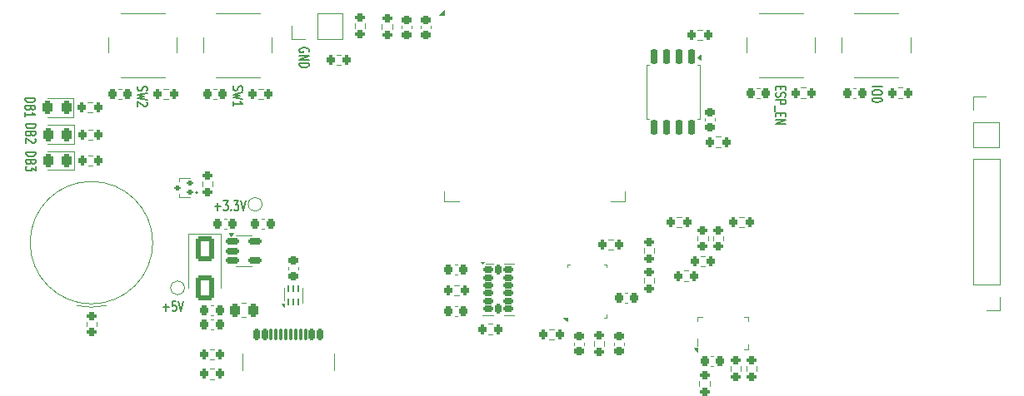
<source format=gto>
G04 #@! TF.GenerationSoftware,KiCad,Pcbnew,8.0.5*
G04 #@! TF.CreationDate,2024-11-13T12:29:25-06:00*
G04 #@! TF.ProjectId,APG_Sensor_Test_Board,4150475f-5365-46e7-936f-725f54657374,rev?*
G04 #@! TF.SameCoordinates,Original*
G04 #@! TF.FileFunction,Legend,Top*
G04 #@! TF.FilePolarity,Positive*
%FSLAX46Y46*%
G04 Gerber Fmt 4.6, Leading zero omitted, Abs format (unit mm)*
G04 Created by KiCad (PCBNEW 8.0.5) date 2024-11-13 12:29:25*
%MOMM*%
%LPD*%
G01*
G04 APERTURE LIST*
G04 Aperture macros list*
%AMRoundRect*
0 Rectangle with rounded corners*
0 $1 Rounding radius*
0 $2 $3 $4 $5 $6 $7 $8 $9 X,Y pos of 4 corners*
0 Add a 4 corners polygon primitive as box body*
4,1,4,$2,$3,$4,$5,$6,$7,$8,$9,$2,$3,0*
0 Add four circle primitives for the rounded corners*
1,1,$1+$1,$2,$3*
1,1,$1+$1,$4,$5*
1,1,$1+$1,$6,$7*
1,1,$1+$1,$8,$9*
0 Add four rect primitives between the rounded corners*
20,1,$1+$1,$2,$3,$4,$5,0*
20,1,$1+$1,$4,$5,$6,$7,0*
20,1,$1+$1,$6,$7,$8,$9,0*
20,1,$1+$1,$8,$9,$2,$3,0*%
G04 Aperture macros list end*
%ADD10C,0.187500*%
%ADD11C,0.120000*%
%ADD12C,0.150000*%
%ADD13C,0.100000*%
%ADD14RoundRect,0.150000X-0.150000X0.650000X-0.150000X-0.650000X0.150000X-0.650000X0.150000X0.650000X0*%
%ADD15RoundRect,0.200000X0.200000X0.275000X-0.200000X0.275000X-0.200000X-0.275000X0.200000X-0.275000X0*%
%ADD16RoundRect,0.062500X0.062500X-0.237500X0.062500X0.237500X-0.062500X0.237500X-0.062500X-0.237500X0*%
%ADD17C,3.200000*%
%ADD18RoundRect,0.150000X-0.325000X-0.150000X0.325000X-0.150000X0.325000X0.150000X-0.325000X0.150000X0*%
%ADD19RoundRect,0.150000X-0.150000X-0.325000X0.150000X-0.325000X0.150000X0.325000X-0.150000X0.325000X0*%
%ADD20R,1.700000X1.700000*%
%ADD21O,1.700000X1.700000*%
%ADD22RoundRect,0.200000X-0.200000X-0.275000X0.200000X-0.275000X0.200000X0.275000X-0.200000X0.275000X0*%
%ADD23C,0.650000*%
%ADD24RoundRect,0.150000X-0.150000X-0.425000X0.150000X-0.425000X0.150000X0.425000X-0.150000X0.425000X0*%
%ADD25RoundRect,0.075000X-0.075000X-0.500000X0.075000X-0.500000X0.075000X0.500000X-0.075000X0.500000X0*%
%ADD26O,1.000000X2.100000*%
%ADD27O,1.000000X1.800000*%
%ADD28RoundRect,0.225000X0.225000X0.250000X-0.225000X0.250000X-0.225000X-0.250000X0.225000X-0.250000X0*%
%ADD29RoundRect,0.200000X-0.275000X0.200000X-0.275000X-0.200000X0.275000X-0.200000X0.275000X0.200000X0*%
%ADD30RoundRect,0.225000X-0.250000X0.225000X-0.250000X-0.225000X0.250000X-0.225000X0.250000X0.225000X0*%
%ADD31R,0.550000X0.950000*%
%ADD32RoundRect,0.250000X0.262500X0.450000X-0.262500X0.450000X-0.262500X-0.450000X0.262500X-0.450000X0*%
%ADD33RoundRect,0.150000X-0.512500X-0.150000X0.512500X-0.150000X0.512500X0.150000X-0.512500X0.150000X0*%
%ADD34RoundRect,0.200000X0.275000X-0.200000X0.275000X0.200000X-0.275000X0.200000X-0.275000X-0.200000X0*%
%ADD35RoundRect,0.225000X0.250000X-0.225000X0.250000X0.225000X-0.250000X0.225000X-0.250000X-0.225000X0*%
%ADD36RoundRect,0.243750X0.243750X0.456250X-0.243750X0.456250X-0.243750X-0.456250X0.243750X-0.456250X0*%
%ADD37RoundRect,0.125000X0.175000X0.125000X-0.175000X0.125000X-0.175000X-0.125000X0.175000X-0.125000X0*%
%ADD38RoundRect,0.225000X-0.225000X-0.250000X0.225000X-0.250000X0.225000X0.250000X-0.225000X0.250000X0*%
%ADD39C,2.000000*%
%ADD40R,2.000000X2.000000*%
%ADD41C,1.000000*%
%ADD42R,0.675000X0.254000*%
%ADD43R,0.254000X0.675000*%
%ADD44RoundRect,0.250000X-0.650000X1.000000X-0.650000X-1.000000X0.650000X-1.000000X0.650000X1.000000X0*%
%ADD45R,1.500000X0.900000*%
%ADD46R,0.900000X1.500000*%
%ADD47C,0.600000*%
%ADD48R,3.900000X3.900000*%
G04 APERTURE END LIST*
D10*
X108929750Y-58016212D02*
X108882130Y-58123355D01*
X108882130Y-58123355D02*
X108882130Y-58301926D01*
X108882130Y-58301926D02*
X108929750Y-58373355D01*
X108929750Y-58373355D02*
X108977369Y-58409069D01*
X108977369Y-58409069D02*
X109072607Y-58444783D01*
X109072607Y-58444783D02*
X109167845Y-58444783D01*
X109167845Y-58444783D02*
X109263083Y-58409069D01*
X109263083Y-58409069D02*
X109310702Y-58373355D01*
X109310702Y-58373355D02*
X109358321Y-58301926D01*
X109358321Y-58301926D02*
X109405940Y-58159069D01*
X109405940Y-58159069D02*
X109453559Y-58087640D01*
X109453559Y-58087640D02*
X109501178Y-58051926D01*
X109501178Y-58051926D02*
X109596416Y-58016212D01*
X109596416Y-58016212D02*
X109691654Y-58016212D01*
X109691654Y-58016212D02*
X109786892Y-58051926D01*
X109786892Y-58051926D02*
X109834511Y-58087640D01*
X109834511Y-58087640D02*
X109882130Y-58159069D01*
X109882130Y-58159069D02*
X109882130Y-58337640D01*
X109882130Y-58337640D02*
X109834511Y-58444783D01*
X109882130Y-58694783D02*
X108882130Y-58873355D01*
X108882130Y-58873355D02*
X109596416Y-59016212D01*
X109596416Y-59016212D02*
X108882130Y-59159069D01*
X108882130Y-59159069D02*
X109882130Y-59337641D01*
X109786892Y-59587641D02*
X109834511Y-59623355D01*
X109834511Y-59623355D02*
X109882130Y-59694784D01*
X109882130Y-59694784D02*
X109882130Y-59873355D01*
X109882130Y-59873355D02*
X109834511Y-59944784D01*
X109834511Y-59944784D02*
X109786892Y-59980498D01*
X109786892Y-59980498D02*
X109691654Y-60016212D01*
X109691654Y-60016212D02*
X109596416Y-60016212D01*
X109596416Y-60016212D02*
X109453559Y-59980498D01*
X109453559Y-59980498D02*
X108882130Y-59551926D01*
X108882130Y-59551926D02*
X108882130Y-60016212D01*
X174255940Y-58001926D02*
X174255940Y-58251926D01*
X173732130Y-58359069D02*
X173732130Y-58001926D01*
X173732130Y-58001926D02*
X174732130Y-58001926D01*
X174732130Y-58001926D02*
X174732130Y-58359069D01*
X173779750Y-58644783D02*
X173732130Y-58751926D01*
X173732130Y-58751926D02*
X173732130Y-58930497D01*
X173732130Y-58930497D02*
X173779750Y-59001926D01*
X173779750Y-59001926D02*
X173827369Y-59037640D01*
X173827369Y-59037640D02*
X173922607Y-59073354D01*
X173922607Y-59073354D02*
X174017845Y-59073354D01*
X174017845Y-59073354D02*
X174113083Y-59037640D01*
X174113083Y-59037640D02*
X174160702Y-59001926D01*
X174160702Y-59001926D02*
X174208321Y-58930497D01*
X174208321Y-58930497D02*
X174255940Y-58787640D01*
X174255940Y-58787640D02*
X174303559Y-58716211D01*
X174303559Y-58716211D02*
X174351178Y-58680497D01*
X174351178Y-58680497D02*
X174446416Y-58644783D01*
X174446416Y-58644783D02*
X174541654Y-58644783D01*
X174541654Y-58644783D02*
X174636892Y-58680497D01*
X174636892Y-58680497D02*
X174684511Y-58716211D01*
X174684511Y-58716211D02*
X174732130Y-58787640D01*
X174732130Y-58787640D02*
X174732130Y-58966211D01*
X174732130Y-58966211D02*
X174684511Y-59073354D01*
X173732130Y-59394783D02*
X174732130Y-59394783D01*
X174732130Y-59394783D02*
X174732130Y-59680497D01*
X174732130Y-59680497D02*
X174684511Y-59751926D01*
X174684511Y-59751926D02*
X174636892Y-59787640D01*
X174636892Y-59787640D02*
X174541654Y-59823354D01*
X174541654Y-59823354D02*
X174398797Y-59823354D01*
X174398797Y-59823354D02*
X174303559Y-59787640D01*
X174303559Y-59787640D02*
X174255940Y-59751926D01*
X174255940Y-59751926D02*
X174208321Y-59680497D01*
X174208321Y-59680497D02*
X174208321Y-59394783D01*
X173636892Y-59966212D02*
X173636892Y-60537640D01*
X174255940Y-60716212D02*
X174255940Y-60966212D01*
X173732130Y-61073355D02*
X173732130Y-60716212D01*
X173732130Y-60716212D02*
X174732130Y-60716212D01*
X174732130Y-60716212D02*
X174732130Y-61073355D01*
X173732130Y-61394783D02*
X174732130Y-61394783D01*
X174732130Y-61394783D02*
X173732130Y-61823354D01*
X173732130Y-61823354D02*
X174732130Y-61823354D01*
X118629750Y-57966212D02*
X118582130Y-58073355D01*
X118582130Y-58073355D02*
X118582130Y-58251926D01*
X118582130Y-58251926D02*
X118629750Y-58323355D01*
X118629750Y-58323355D02*
X118677369Y-58359069D01*
X118677369Y-58359069D02*
X118772607Y-58394783D01*
X118772607Y-58394783D02*
X118867845Y-58394783D01*
X118867845Y-58394783D02*
X118963083Y-58359069D01*
X118963083Y-58359069D02*
X119010702Y-58323355D01*
X119010702Y-58323355D02*
X119058321Y-58251926D01*
X119058321Y-58251926D02*
X119105940Y-58109069D01*
X119105940Y-58109069D02*
X119153559Y-58037640D01*
X119153559Y-58037640D02*
X119201178Y-58001926D01*
X119201178Y-58001926D02*
X119296416Y-57966212D01*
X119296416Y-57966212D02*
X119391654Y-57966212D01*
X119391654Y-57966212D02*
X119486892Y-58001926D01*
X119486892Y-58001926D02*
X119534511Y-58037640D01*
X119534511Y-58037640D02*
X119582130Y-58109069D01*
X119582130Y-58109069D02*
X119582130Y-58287640D01*
X119582130Y-58287640D02*
X119534511Y-58394783D01*
X119582130Y-58644783D02*
X118582130Y-58823355D01*
X118582130Y-58823355D02*
X119296416Y-58966212D01*
X119296416Y-58966212D02*
X118582130Y-59109069D01*
X118582130Y-59109069D02*
X119582130Y-59287641D01*
X118582130Y-59966212D02*
X118582130Y-59537641D01*
X118582130Y-59751926D02*
X119582130Y-59751926D01*
X119582130Y-59751926D02*
X119439273Y-59680498D01*
X119439273Y-59680498D02*
X119344035Y-59609069D01*
X119344035Y-59609069D02*
X119296416Y-59537641D01*
X183532130Y-58051926D02*
X184532130Y-58051926D01*
X184532130Y-58551926D02*
X184532130Y-58694783D01*
X184532130Y-58694783D02*
X184484511Y-58766212D01*
X184484511Y-58766212D02*
X184389273Y-58837640D01*
X184389273Y-58837640D02*
X184198797Y-58873355D01*
X184198797Y-58873355D02*
X183865464Y-58873355D01*
X183865464Y-58873355D02*
X183674988Y-58837640D01*
X183674988Y-58837640D02*
X183579750Y-58766212D01*
X183579750Y-58766212D02*
X183532130Y-58694783D01*
X183532130Y-58694783D02*
X183532130Y-58551926D01*
X183532130Y-58551926D02*
X183579750Y-58480498D01*
X183579750Y-58480498D02*
X183674988Y-58409069D01*
X183674988Y-58409069D02*
X183865464Y-58373355D01*
X183865464Y-58373355D02*
X184198797Y-58373355D01*
X184198797Y-58373355D02*
X184389273Y-58409069D01*
X184389273Y-58409069D02*
X184484511Y-58480498D01*
X184484511Y-58480498D02*
X184532130Y-58551926D01*
X184532130Y-59337640D02*
X184532130Y-59409069D01*
X184532130Y-59409069D02*
X184484511Y-59480497D01*
X184484511Y-59480497D02*
X184436892Y-59516212D01*
X184436892Y-59516212D02*
X184341654Y-59551926D01*
X184341654Y-59551926D02*
X184151178Y-59587640D01*
X184151178Y-59587640D02*
X183913083Y-59587640D01*
X183913083Y-59587640D02*
X183722607Y-59551926D01*
X183722607Y-59551926D02*
X183627369Y-59516212D01*
X183627369Y-59516212D02*
X183579750Y-59480497D01*
X183579750Y-59480497D02*
X183532130Y-59409069D01*
X183532130Y-59409069D02*
X183532130Y-59337640D01*
X183532130Y-59337640D02*
X183579750Y-59266212D01*
X183579750Y-59266212D02*
X183627369Y-59230497D01*
X183627369Y-59230497D02*
X183722607Y-59194783D01*
X183722607Y-59194783D02*
X183913083Y-59159069D01*
X183913083Y-59159069D02*
X184151178Y-59159069D01*
X184151178Y-59159069D02*
X184341654Y-59194783D01*
X184341654Y-59194783D02*
X184436892Y-59230497D01*
X184436892Y-59230497D02*
X184484511Y-59266212D01*
X184484511Y-59266212D02*
X184532130Y-59337640D01*
X116751926Y-70236916D02*
X117323355Y-70236916D01*
X117037640Y-70617869D02*
X117037640Y-69855964D01*
X117609068Y-69617869D02*
X118073354Y-69617869D01*
X118073354Y-69617869D02*
X117823354Y-69998821D01*
X117823354Y-69998821D02*
X117930497Y-69998821D01*
X117930497Y-69998821D02*
X118001926Y-70046440D01*
X118001926Y-70046440D02*
X118037640Y-70094059D01*
X118037640Y-70094059D02*
X118073354Y-70189297D01*
X118073354Y-70189297D02*
X118073354Y-70427392D01*
X118073354Y-70427392D02*
X118037640Y-70522630D01*
X118037640Y-70522630D02*
X118001926Y-70570250D01*
X118001926Y-70570250D02*
X117930497Y-70617869D01*
X117930497Y-70617869D02*
X117716211Y-70617869D01*
X117716211Y-70617869D02*
X117644783Y-70570250D01*
X117644783Y-70570250D02*
X117609068Y-70522630D01*
X118394783Y-70522630D02*
X118430497Y-70570250D01*
X118430497Y-70570250D02*
X118394783Y-70617869D01*
X118394783Y-70617869D02*
X118359069Y-70570250D01*
X118359069Y-70570250D02*
X118394783Y-70522630D01*
X118394783Y-70522630D02*
X118394783Y-70617869D01*
X118680497Y-69617869D02*
X119144783Y-69617869D01*
X119144783Y-69617869D02*
X118894783Y-69998821D01*
X118894783Y-69998821D02*
X119001926Y-69998821D01*
X119001926Y-69998821D02*
X119073355Y-70046440D01*
X119073355Y-70046440D02*
X119109069Y-70094059D01*
X119109069Y-70094059D02*
X119144783Y-70189297D01*
X119144783Y-70189297D02*
X119144783Y-70427392D01*
X119144783Y-70427392D02*
X119109069Y-70522630D01*
X119109069Y-70522630D02*
X119073355Y-70570250D01*
X119073355Y-70570250D02*
X119001926Y-70617869D01*
X119001926Y-70617869D02*
X118787640Y-70617869D01*
X118787640Y-70617869D02*
X118716212Y-70570250D01*
X118716212Y-70570250D02*
X118680497Y-70522630D01*
X119359069Y-69617869D02*
X119609069Y-70617869D01*
X119609069Y-70617869D02*
X119859069Y-69617869D01*
X97532130Y-61851926D02*
X98532130Y-61851926D01*
X98532130Y-61851926D02*
X98532130Y-62030497D01*
X98532130Y-62030497D02*
X98484511Y-62137640D01*
X98484511Y-62137640D02*
X98389273Y-62209069D01*
X98389273Y-62209069D02*
X98294035Y-62244783D01*
X98294035Y-62244783D02*
X98103559Y-62280497D01*
X98103559Y-62280497D02*
X97960702Y-62280497D01*
X97960702Y-62280497D02*
X97770226Y-62244783D01*
X97770226Y-62244783D02*
X97674988Y-62209069D01*
X97674988Y-62209069D02*
X97579750Y-62137640D01*
X97579750Y-62137640D02*
X97532130Y-62030497D01*
X97532130Y-62030497D02*
X97532130Y-61851926D01*
X98055940Y-62851926D02*
X98008321Y-62959069D01*
X98008321Y-62959069D02*
X97960702Y-62994783D01*
X97960702Y-62994783D02*
X97865464Y-63030497D01*
X97865464Y-63030497D02*
X97722607Y-63030497D01*
X97722607Y-63030497D02*
X97627369Y-62994783D01*
X97627369Y-62994783D02*
X97579750Y-62959069D01*
X97579750Y-62959069D02*
X97532130Y-62887640D01*
X97532130Y-62887640D02*
X97532130Y-62601926D01*
X97532130Y-62601926D02*
X98532130Y-62601926D01*
X98532130Y-62601926D02*
X98532130Y-62851926D01*
X98532130Y-62851926D02*
X98484511Y-62923355D01*
X98484511Y-62923355D02*
X98436892Y-62959069D01*
X98436892Y-62959069D02*
X98341654Y-62994783D01*
X98341654Y-62994783D02*
X98246416Y-62994783D01*
X98246416Y-62994783D02*
X98151178Y-62959069D01*
X98151178Y-62959069D02*
X98103559Y-62923355D01*
X98103559Y-62923355D02*
X98055940Y-62851926D01*
X98055940Y-62851926D02*
X98055940Y-62601926D01*
X98436892Y-63316212D02*
X98484511Y-63351926D01*
X98484511Y-63351926D02*
X98532130Y-63423355D01*
X98532130Y-63423355D02*
X98532130Y-63601926D01*
X98532130Y-63601926D02*
X98484511Y-63673355D01*
X98484511Y-63673355D02*
X98436892Y-63709069D01*
X98436892Y-63709069D02*
X98341654Y-63744783D01*
X98341654Y-63744783D02*
X98246416Y-63744783D01*
X98246416Y-63744783D02*
X98103559Y-63709069D01*
X98103559Y-63709069D02*
X97532130Y-63280497D01*
X97532130Y-63280497D02*
X97532130Y-63744783D01*
X111501926Y-80486916D02*
X112073355Y-80486916D01*
X111787640Y-80867869D02*
X111787640Y-80105964D01*
X112787640Y-79867869D02*
X112430497Y-79867869D01*
X112430497Y-79867869D02*
X112394783Y-80344059D01*
X112394783Y-80344059D02*
X112430497Y-80296440D01*
X112430497Y-80296440D02*
X112501926Y-80248821D01*
X112501926Y-80248821D02*
X112680497Y-80248821D01*
X112680497Y-80248821D02*
X112751926Y-80296440D01*
X112751926Y-80296440D02*
X112787640Y-80344059D01*
X112787640Y-80344059D02*
X112823354Y-80439297D01*
X112823354Y-80439297D02*
X112823354Y-80677392D01*
X112823354Y-80677392D02*
X112787640Y-80772630D01*
X112787640Y-80772630D02*
X112751926Y-80820250D01*
X112751926Y-80820250D02*
X112680497Y-80867869D01*
X112680497Y-80867869D02*
X112501926Y-80867869D01*
X112501926Y-80867869D02*
X112430497Y-80820250D01*
X112430497Y-80820250D02*
X112394783Y-80772630D01*
X113037640Y-79867869D02*
X113287640Y-80867869D01*
X113287640Y-80867869D02*
X113537640Y-79867869D01*
X126284511Y-54494783D02*
X126332130Y-54423355D01*
X126332130Y-54423355D02*
X126332130Y-54316212D01*
X126332130Y-54316212D02*
X126284511Y-54209069D01*
X126284511Y-54209069D02*
X126189273Y-54137640D01*
X126189273Y-54137640D02*
X126094035Y-54101926D01*
X126094035Y-54101926D02*
X125903559Y-54066212D01*
X125903559Y-54066212D02*
X125760702Y-54066212D01*
X125760702Y-54066212D02*
X125570226Y-54101926D01*
X125570226Y-54101926D02*
X125474988Y-54137640D01*
X125474988Y-54137640D02*
X125379750Y-54209069D01*
X125379750Y-54209069D02*
X125332130Y-54316212D01*
X125332130Y-54316212D02*
X125332130Y-54387640D01*
X125332130Y-54387640D02*
X125379750Y-54494783D01*
X125379750Y-54494783D02*
X125427369Y-54530497D01*
X125427369Y-54530497D02*
X125760702Y-54530497D01*
X125760702Y-54530497D02*
X125760702Y-54387640D01*
X125332130Y-54851926D02*
X126332130Y-54851926D01*
X126332130Y-54851926D02*
X125332130Y-55280497D01*
X125332130Y-55280497D02*
X126332130Y-55280497D01*
X125332130Y-55637640D02*
X126332130Y-55637640D01*
X126332130Y-55637640D02*
X126332130Y-55816211D01*
X126332130Y-55816211D02*
X126284511Y-55923354D01*
X126284511Y-55923354D02*
X126189273Y-55994783D01*
X126189273Y-55994783D02*
X126094035Y-56030497D01*
X126094035Y-56030497D02*
X125903559Y-56066211D01*
X125903559Y-56066211D02*
X125760702Y-56066211D01*
X125760702Y-56066211D02*
X125570226Y-56030497D01*
X125570226Y-56030497D02*
X125474988Y-55994783D01*
X125474988Y-55994783D02*
X125379750Y-55923354D01*
X125379750Y-55923354D02*
X125332130Y-55816211D01*
X125332130Y-55816211D02*
X125332130Y-55637640D01*
X97532130Y-64701926D02*
X98532130Y-64701926D01*
X98532130Y-64701926D02*
X98532130Y-64880497D01*
X98532130Y-64880497D02*
X98484511Y-64987640D01*
X98484511Y-64987640D02*
X98389273Y-65059069D01*
X98389273Y-65059069D02*
X98294035Y-65094783D01*
X98294035Y-65094783D02*
X98103559Y-65130497D01*
X98103559Y-65130497D02*
X97960702Y-65130497D01*
X97960702Y-65130497D02*
X97770226Y-65094783D01*
X97770226Y-65094783D02*
X97674988Y-65059069D01*
X97674988Y-65059069D02*
X97579750Y-64987640D01*
X97579750Y-64987640D02*
X97532130Y-64880497D01*
X97532130Y-64880497D02*
X97532130Y-64701926D01*
X98055940Y-65701926D02*
X98008321Y-65809069D01*
X98008321Y-65809069D02*
X97960702Y-65844783D01*
X97960702Y-65844783D02*
X97865464Y-65880497D01*
X97865464Y-65880497D02*
X97722607Y-65880497D01*
X97722607Y-65880497D02*
X97627369Y-65844783D01*
X97627369Y-65844783D02*
X97579750Y-65809069D01*
X97579750Y-65809069D02*
X97532130Y-65737640D01*
X97532130Y-65737640D02*
X97532130Y-65451926D01*
X97532130Y-65451926D02*
X98532130Y-65451926D01*
X98532130Y-65451926D02*
X98532130Y-65701926D01*
X98532130Y-65701926D02*
X98484511Y-65773355D01*
X98484511Y-65773355D02*
X98436892Y-65809069D01*
X98436892Y-65809069D02*
X98341654Y-65844783D01*
X98341654Y-65844783D02*
X98246416Y-65844783D01*
X98246416Y-65844783D02*
X98151178Y-65809069D01*
X98151178Y-65809069D02*
X98103559Y-65773355D01*
X98103559Y-65773355D02*
X98055940Y-65701926D01*
X98055940Y-65701926D02*
X98055940Y-65451926D01*
X98532130Y-66130497D02*
X98532130Y-66594783D01*
X98532130Y-66594783D02*
X98151178Y-66344783D01*
X98151178Y-66344783D02*
X98151178Y-66451926D01*
X98151178Y-66451926D02*
X98103559Y-66523355D01*
X98103559Y-66523355D02*
X98055940Y-66559069D01*
X98055940Y-66559069D02*
X97960702Y-66594783D01*
X97960702Y-66594783D02*
X97722607Y-66594783D01*
X97722607Y-66594783D02*
X97627369Y-66559069D01*
X97627369Y-66559069D02*
X97579750Y-66523355D01*
X97579750Y-66523355D02*
X97532130Y-66451926D01*
X97532130Y-66451926D02*
X97532130Y-66237640D01*
X97532130Y-66237640D02*
X97579750Y-66166212D01*
X97579750Y-66166212D02*
X97627369Y-66130497D01*
X97482130Y-59201926D02*
X98482130Y-59201926D01*
X98482130Y-59201926D02*
X98482130Y-59380497D01*
X98482130Y-59380497D02*
X98434511Y-59487640D01*
X98434511Y-59487640D02*
X98339273Y-59559069D01*
X98339273Y-59559069D02*
X98244035Y-59594783D01*
X98244035Y-59594783D02*
X98053559Y-59630497D01*
X98053559Y-59630497D02*
X97910702Y-59630497D01*
X97910702Y-59630497D02*
X97720226Y-59594783D01*
X97720226Y-59594783D02*
X97624988Y-59559069D01*
X97624988Y-59559069D02*
X97529750Y-59487640D01*
X97529750Y-59487640D02*
X97482130Y-59380497D01*
X97482130Y-59380497D02*
X97482130Y-59201926D01*
X98005940Y-60201926D02*
X97958321Y-60309069D01*
X97958321Y-60309069D02*
X97910702Y-60344783D01*
X97910702Y-60344783D02*
X97815464Y-60380497D01*
X97815464Y-60380497D02*
X97672607Y-60380497D01*
X97672607Y-60380497D02*
X97577369Y-60344783D01*
X97577369Y-60344783D02*
X97529750Y-60309069D01*
X97529750Y-60309069D02*
X97482130Y-60237640D01*
X97482130Y-60237640D02*
X97482130Y-59951926D01*
X97482130Y-59951926D02*
X98482130Y-59951926D01*
X98482130Y-59951926D02*
X98482130Y-60201926D01*
X98482130Y-60201926D02*
X98434511Y-60273355D01*
X98434511Y-60273355D02*
X98386892Y-60309069D01*
X98386892Y-60309069D02*
X98291654Y-60344783D01*
X98291654Y-60344783D02*
X98196416Y-60344783D01*
X98196416Y-60344783D02*
X98101178Y-60309069D01*
X98101178Y-60309069D02*
X98053559Y-60273355D01*
X98053559Y-60273355D02*
X98005940Y-60201926D01*
X98005940Y-60201926D02*
X98005940Y-59951926D01*
X97482130Y-61094783D02*
X97482130Y-60666212D01*
X97482130Y-60880497D02*
X98482130Y-60880497D01*
X98482130Y-60880497D02*
X98339273Y-60809069D01*
X98339273Y-60809069D02*
X98244035Y-60737640D01*
X98244035Y-60737640D02*
X98196416Y-60666212D01*
D11*
X160575000Y-55825000D02*
X160835000Y-55825000D01*
X160575000Y-58550000D02*
X160575000Y-55825000D01*
X160575000Y-58550000D02*
X160575000Y-61275000D01*
X160575000Y-61275000D02*
X160835000Y-61275000D01*
X166025000Y-55825000D02*
X165765000Y-55825000D01*
X166025000Y-58550000D02*
X166025000Y-55825000D01*
X166025000Y-58550000D02*
X166025000Y-61275000D01*
X166025000Y-61275000D02*
X165765000Y-61275000D01*
X166095000Y-55282500D02*
X165765000Y-55042500D01*
X166095000Y-54802500D01*
X166095000Y-55282500D01*
G36*
X166095000Y-55282500D02*
G01*
X165765000Y-55042500D01*
X166095000Y-54802500D01*
X166095000Y-55282500D01*
G37*
X164862258Y-76752500D02*
X164387742Y-76752500D01*
X164862258Y-77797500D02*
X164387742Y-77797500D01*
X123770000Y-78500000D02*
X123770000Y-79800000D01*
X125630000Y-78500000D02*
X125630000Y-80000000D01*
X123810000Y-80420000D02*
X123530000Y-80140000D01*
X123810000Y-80140000D01*
X123810000Y-80420000D01*
G36*
X123810000Y-80420000D02*
G01*
X123530000Y-80140000D01*
X123810000Y-80140000D01*
X123810000Y-80420000D01*
G37*
X144990000Y-76040000D02*
X144240000Y-76040000D01*
X144990000Y-81260000D02*
X143940000Y-81260000D01*
X146110000Y-76040000D02*
X147160000Y-76040000D01*
X146110000Y-81260000D02*
X147160000Y-81260000D01*
X143940000Y-76040000D02*
X143800000Y-75850000D01*
X144080000Y-75850000D01*
X143940000Y-76040000D01*
G36*
X143940000Y-76040000D02*
G01*
X143800000Y-75850000D01*
X144080000Y-75850000D01*
X143940000Y-76040000D01*
G37*
X124545000Y-53180000D02*
X124545000Y-51850000D01*
X125875000Y-53180000D02*
X124545000Y-53180000D01*
X127145000Y-50520000D02*
X129745000Y-50520000D01*
X127145000Y-53180000D02*
X127145000Y-50520000D01*
X127145000Y-53180000D02*
X129745000Y-53180000D01*
X129745000Y-53180000D02*
X129745000Y-50520000D01*
X163687742Y-71277500D02*
X164162258Y-71277500D01*
X163687742Y-72322500D02*
X164162258Y-72322500D01*
X119530000Y-86850000D02*
X119530000Y-85150000D01*
X128870000Y-86850000D02*
X128870000Y-85150000D01*
X170512258Y-71277500D02*
X170037742Y-71277500D01*
X170512258Y-72322500D02*
X170037742Y-72322500D01*
X144487742Y-82177500D02*
X144962258Y-82177500D01*
X144487742Y-83222500D02*
X144962258Y-83222500D01*
X141390580Y-76140000D02*
X141109420Y-76140000D01*
X141390580Y-77160000D02*
X141109420Y-77160000D01*
X170777500Y-86462742D02*
X170777500Y-86937258D01*
X171822500Y-86462742D02*
X171822500Y-86937258D01*
X121624758Y-58227500D02*
X121150242Y-58227500D01*
X121624758Y-59272500D02*
X121150242Y-59272500D01*
X166267258Y-52227500D02*
X165792742Y-52227500D01*
X166267258Y-53272500D02*
X165792742Y-53272500D01*
X116890580Y-58240000D02*
X116609420Y-58240000D01*
X116890580Y-59260000D02*
X116609420Y-59260000D01*
X168112258Y-63127500D02*
X167637742Y-63127500D01*
X168112258Y-64172500D02*
X167637742Y-64172500D01*
X137698332Y-51834420D02*
X137698332Y-52115580D01*
X138718332Y-51834420D02*
X138718332Y-52115580D01*
X160327500Y-74462742D02*
X160327500Y-74937258D01*
X161372500Y-74462742D02*
X161372500Y-74937258D01*
X165775000Y-81425000D02*
X166275000Y-81425000D01*
X165775000Y-81925000D02*
X165775000Y-81425000D01*
X165775000Y-84425000D02*
X165775000Y-83675000D01*
X170475000Y-81425000D02*
X170975000Y-81425000D01*
X170975000Y-81425000D02*
X170975000Y-81925000D01*
X170975000Y-84225000D02*
X170975000Y-84725000D01*
X170975000Y-84725000D02*
X170475000Y-84725000D01*
X165775000Y-84985000D02*
X165415000Y-84625000D01*
X165775000Y-84625000D01*
X165775000Y-84985000D01*
G36*
X165775000Y-84985000D02*
G01*
X165415000Y-84625000D01*
X165775000Y-84625000D01*
X165775000Y-84985000D01*
G37*
X119927064Y-80015000D02*
X119472936Y-80015000D01*
X119927064Y-81485000D02*
X119472936Y-81485000D01*
X115477500Y-67687742D02*
X115477500Y-68162258D01*
X116522500Y-67687742D02*
X116522500Y-68162258D01*
X157187258Y-73577500D02*
X156712742Y-73577500D01*
X157187258Y-74622500D02*
X156712742Y-74622500D01*
X119700000Y-73190000D02*
X118900000Y-73190000D01*
X119700000Y-73190000D02*
X120500000Y-73190000D01*
X119700000Y-76310000D02*
X118900000Y-76310000D01*
X119700000Y-76310000D02*
X120500000Y-76310000D01*
X118400000Y-73240000D02*
X118160000Y-72910000D01*
X118640000Y-72910000D01*
X118400000Y-73240000D01*
G36*
X118400000Y-73240000D02*
G01*
X118160000Y-72910000D01*
X118640000Y-72910000D01*
X118400000Y-73240000D01*
G37*
X116687258Y-86727500D02*
X116212742Y-86727500D01*
X116687258Y-87772500D02*
X116212742Y-87772500D01*
X153240000Y-84059420D02*
X153240000Y-84340580D01*
X154260000Y-84059420D02*
X154260000Y-84340580D01*
X169127500Y-86937258D02*
X169127500Y-86462742D01*
X170172500Y-86937258D02*
X170172500Y-86462742D01*
X133727500Y-51687742D02*
X133727500Y-52162258D01*
X134772500Y-51687742D02*
X134772500Y-52162258D01*
X166540000Y-61515580D02*
X166540000Y-61234420D01*
X167560000Y-61515580D02*
X167560000Y-61234420D01*
X117928080Y-71490000D02*
X117646920Y-71490000D01*
X117928080Y-72510000D02*
X117646920Y-72510000D01*
X104337258Y-62377500D02*
X103862742Y-62377500D01*
X104337258Y-63422500D02*
X103862742Y-63422500D01*
X160327500Y-77987258D02*
X160327500Y-77512742D01*
X161372500Y-77987258D02*
X161372500Y-77512742D01*
X165977500Y-88487258D02*
X165977500Y-88012742D01*
X167022500Y-88487258D02*
X167022500Y-88012742D01*
X186637258Y-58127500D02*
X186162742Y-58127500D01*
X186637258Y-59172500D02*
X186162742Y-59172500D01*
X99750000Y-63860000D02*
X102435000Y-63860000D01*
X102435000Y-61940000D02*
X99750000Y-61940000D01*
X102435000Y-63860000D02*
X102435000Y-61940000D01*
X167352500Y-73237742D02*
X167352500Y-73712258D01*
X168397500Y-73237742D02*
X168397500Y-73712258D01*
X151187258Y-82727500D02*
X150712742Y-82727500D01*
X151187258Y-83772500D02*
X150712742Y-83772500D01*
X113090000Y-67340000D02*
X113090000Y-67650000D01*
X113090000Y-67340000D02*
X114250000Y-67340000D01*
X113090000Y-69260000D02*
X113090000Y-68950000D01*
X113090000Y-69260000D02*
X114250000Y-69260000D01*
D12*
X114975000Y-68800000D02*
G75*
G02*
X114825000Y-68800000I-75000J0D01*
G01*
X114825000Y-68800000D02*
G75*
G02*
X114975000Y-68800000I75000J0D01*
G01*
D11*
X158409420Y-79040000D02*
X158690580Y-79040000D01*
X158409420Y-80060000D02*
X158690580Y-80060000D01*
X105900000Y-53050000D02*
X105900000Y-54550000D01*
X107150000Y-57050000D02*
X111650000Y-57050000D01*
X111650000Y-50550000D02*
X107150000Y-50550000D01*
X112900000Y-54550000D02*
X112900000Y-53050000D01*
X181890580Y-58140000D02*
X181609420Y-58140000D01*
X181890580Y-59160000D02*
X181609420Y-59160000D01*
X180450000Y-53050000D02*
X180450000Y-54550000D01*
X181700000Y-57050000D02*
X186200000Y-57050000D01*
X186200000Y-50550000D02*
X181700000Y-50550000D01*
X187450000Y-54550000D02*
X187450000Y-53050000D01*
X105699999Y-80300000D02*
G75*
G02*
X102700000Y-80300000I-1499999J6400000D01*
G01*
X110430000Y-73900000D02*
G75*
G02*
X97970000Y-73900000I-6230000J0D01*
G01*
X97970000Y-73900000D02*
G75*
G02*
X110430000Y-73900000I6230000J0D01*
G01*
X99750000Y-66510000D02*
X102435000Y-66510000D01*
X102435000Y-64590000D02*
X99750000Y-64590000D01*
X102435000Y-66510000D02*
X102435000Y-64590000D01*
X116590580Y-81740000D02*
X116309420Y-81740000D01*
X116590580Y-82760000D02*
X116309420Y-82760000D01*
X129090242Y-54767500D02*
X129564758Y-54767500D01*
X129090242Y-55812500D02*
X129564758Y-55812500D01*
X130977500Y-52087258D02*
X130977500Y-51612742D01*
X132022500Y-52087258D02*
X132022500Y-51612742D01*
X124190000Y-76359420D02*
X124190000Y-76640580D01*
X125210000Y-76359420D02*
X125210000Y-76640580D01*
X103677500Y-82437258D02*
X103677500Y-81962742D01*
X104722500Y-82437258D02*
X104722500Y-81962742D01*
X107240580Y-58240000D02*
X106959420Y-58240000D01*
X107240580Y-59260000D02*
X106959420Y-59260000D01*
X176787258Y-58127500D02*
X176312742Y-58127500D01*
X176787258Y-59172500D02*
X176312742Y-59172500D01*
X165802500Y-73237742D02*
X165802500Y-73712258D01*
X166847500Y-73237742D02*
X166847500Y-73712258D01*
X121537500Y-70000000D02*
G75*
G02*
X120137500Y-70000000I-700000J0D01*
G01*
X120137500Y-70000000D02*
G75*
G02*
X121537500Y-70000000I700000J0D01*
G01*
X141390580Y-80340000D02*
X141109420Y-80340000D01*
X141390580Y-81360000D02*
X141109420Y-81360000D01*
X104337258Y-65027500D02*
X103862742Y-65027500D01*
X104337258Y-66072500D02*
X103862742Y-66072500D01*
X155277500Y-84399758D02*
X155277500Y-83925242D01*
X156322500Y-84399758D02*
X156322500Y-83925242D01*
X116687258Y-84727500D02*
X116212742Y-84727500D01*
X116687258Y-85772500D02*
X116212742Y-85772500D01*
X116590580Y-80240000D02*
X116309420Y-80240000D01*
X116590580Y-81260000D02*
X116309420Y-81260000D01*
X111974758Y-58227500D02*
X111500242Y-58227500D01*
X111974758Y-59272500D02*
X111500242Y-59272500D01*
X166562258Y-75252500D02*
X166087742Y-75252500D01*
X166562258Y-76297500D02*
X166087742Y-76297500D01*
X113650000Y-78500000D02*
G75*
G02*
X112250000Y-78500000I-700000J0D01*
G01*
X112250000Y-78500000D02*
G75*
G02*
X113650000Y-78500000I700000J0D01*
G01*
X152540000Y-76090000D02*
X152540000Y-76350000D01*
X152540000Y-76090000D02*
X152800000Y-76090000D01*
X156560000Y-76090000D02*
X156300000Y-76090000D01*
X156560000Y-76090000D02*
X156560000Y-76350000D01*
X156560000Y-81510000D02*
X156300000Y-81510000D01*
X156560000Y-81510000D02*
X156560000Y-81250000D01*
D13*
X152540000Y-81870000D02*
X152180000Y-81510000D01*
X152540000Y-81510000D01*
X152540000Y-81870000D01*
G36*
X152540000Y-81870000D02*
G01*
X152180000Y-81510000D01*
X152540000Y-81510000D01*
X152540000Y-81870000D01*
G37*
D11*
X170750000Y-53050000D02*
X170750000Y-54550000D01*
X172000000Y-57050000D02*
X176500000Y-57050000D01*
X176500000Y-50550000D02*
X172000000Y-50550000D01*
X177750000Y-54550000D02*
X177750000Y-53050000D01*
X104287258Y-59627500D02*
X103812742Y-59627500D01*
X104287258Y-60672500D02*
X103812742Y-60672500D01*
X172090580Y-58140000D02*
X171809420Y-58140000D01*
X172090580Y-59160000D02*
X171809420Y-59160000D01*
X115550000Y-53050000D02*
X115550000Y-54550000D01*
X116800000Y-57050000D02*
X121300000Y-57050000D01*
X121300000Y-50550000D02*
X116800000Y-50550000D01*
X122550000Y-54550000D02*
X122550000Y-53050000D01*
X157340000Y-84059420D02*
X157340000Y-84340580D01*
X158360000Y-84059420D02*
X158360000Y-84340580D01*
X193770000Y-59025000D02*
X195100000Y-59025000D01*
X193770000Y-60355000D02*
X193770000Y-59025000D01*
X193770000Y-61625000D02*
X193770000Y-64225000D01*
X193770000Y-61625000D02*
X196430000Y-61625000D01*
X193770000Y-64225000D02*
X196430000Y-64225000D01*
X196430000Y-61625000D02*
X196430000Y-64225000D01*
X193820000Y-78150000D02*
X193820000Y-65390000D01*
X196480000Y-65390000D02*
X193820000Y-65390000D01*
X196480000Y-78150000D02*
X193820000Y-78150000D01*
X196480000Y-78150000D02*
X196480000Y-65390000D01*
X196480000Y-79420000D02*
X196480000Y-80750000D01*
X196480000Y-80750000D02*
X195150000Y-80750000D01*
X141050242Y-78227500D02*
X141524758Y-78227500D01*
X141050242Y-79272500D02*
X141524758Y-79272500D01*
X135719166Y-51834420D02*
X135719166Y-52115580D01*
X136739166Y-51834420D02*
X136739166Y-52115580D01*
X114050000Y-72990000D02*
X114050000Y-78500000D01*
X117350000Y-72990000D02*
X114050000Y-72990000D01*
X117350000Y-72990000D02*
X117350000Y-78500000D01*
X99712500Y-61110000D02*
X102397500Y-61110000D01*
X102397500Y-59190000D02*
X99712500Y-59190000D01*
X102397500Y-61110000D02*
X102397500Y-59190000D01*
X167134420Y-85415000D02*
X167415580Y-85415000D01*
X167134420Y-86435000D02*
X167415580Y-86435000D01*
X121471920Y-71490000D02*
X121753080Y-71490000D01*
X121471920Y-72510000D02*
X121753080Y-72510000D01*
X140050000Y-68690000D02*
X140050000Y-69690000D01*
X140050000Y-69690000D02*
X141550000Y-69690000D01*
X158450000Y-69690000D02*
X156950000Y-69690000D01*
X158450000Y-69690000D02*
X158450000Y-68690000D01*
X140050000Y-50715000D02*
X139550000Y-50715000D01*
X140050000Y-50215000D01*
X140050000Y-50715000D01*
G36*
X140050000Y-50715000D02*
G01*
X139550000Y-50715000D01*
X140050000Y-50215000D01*
X140050000Y-50715000D01*
G37*
%LPC*%
D14*
X165205000Y-54950000D03*
X163935000Y-54950000D03*
X162665000Y-54950000D03*
X161395000Y-54950000D03*
X161395000Y-62150000D03*
X162665000Y-62150000D03*
X163935000Y-62150000D03*
X165205000Y-62150000D03*
D15*
X165450000Y-77275000D03*
X163800000Y-77275000D03*
D16*
X124200000Y-79900000D03*
X124700000Y-79900000D03*
X125200000Y-79900000D03*
X125200000Y-78600000D03*
X124700000Y-78600000D03*
X124200000Y-78600000D03*
D17*
X192950000Y-54000000D03*
D18*
X144550000Y-76650000D03*
X144550000Y-77450000D03*
X144550000Y-78250000D03*
X144550000Y-79050000D03*
X144550000Y-79850000D03*
X144550000Y-80650000D03*
D19*
X145550000Y-80650000D03*
D18*
X146550000Y-80650000D03*
X146550000Y-79850000D03*
X146550000Y-79050000D03*
X146550000Y-78250000D03*
X146550000Y-77450000D03*
X146550000Y-76650000D03*
D19*
X145550000Y-76650000D03*
D20*
X125875000Y-51850000D03*
D21*
X128415000Y-51850000D03*
D22*
X163100000Y-71800000D03*
X164750000Y-71800000D03*
D23*
X121310000Y-84345000D03*
X127090000Y-84345000D03*
D24*
X121000000Y-83270000D03*
X121800000Y-83270000D03*
D25*
X122950000Y-83270000D03*
X123950000Y-83270000D03*
X124450000Y-83270000D03*
X125450000Y-83270000D03*
D24*
X126600000Y-83270000D03*
X127400000Y-83270000D03*
X127400000Y-83270000D03*
X126600000Y-83270000D03*
D25*
X125950000Y-83270000D03*
X124950000Y-83270000D03*
X123450000Y-83270000D03*
X122450000Y-83270000D03*
D24*
X121800000Y-83270000D03*
X121000000Y-83270000D03*
D26*
X119880000Y-83845000D03*
D27*
X119880000Y-88025000D03*
D26*
X128520000Y-83845000D03*
D27*
X128520000Y-88025000D03*
D15*
X171100000Y-71800000D03*
X169450000Y-71800000D03*
D22*
X143900000Y-82700000D03*
X145550000Y-82700000D03*
D28*
X142025000Y-76650000D03*
X140475000Y-76650000D03*
D29*
X171300000Y-85875000D03*
X171300000Y-87525000D03*
D15*
X122212500Y-58750000D03*
X120562500Y-58750000D03*
X166855000Y-52750000D03*
X165205000Y-52750000D03*
D28*
X117525000Y-58750000D03*
X115975000Y-58750000D03*
D15*
X168700000Y-63650000D03*
X167050000Y-63650000D03*
D30*
X138208332Y-51200000D03*
X138208332Y-52750000D03*
D29*
X160850000Y-73875000D03*
X160850000Y-75525000D03*
D31*
X166500000Y-84150000D03*
X167750000Y-84150000D03*
X169000000Y-84150000D03*
X170250000Y-84150000D03*
X170250000Y-82000000D03*
X169000000Y-82000000D03*
X167750000Y-82000000D03*
X166500000Y-82000000D03*
D32*
X120612500Y-80750000D03*
X118787500Y-80750000D03*
D29*
X116000000Y-67100000D03*
X116000000Y-68750000D03*
D15*
X157775000Y-74100000D03*
X156125000Y-74100000D03*
D33*
X118562500Y-73800000D03*
X118562500Y-74750000D03*
X118562500Y-75700000D03*
X120837500Y-75700000D03*
X120837500Y-73800000D03*
D15*
X117275000Y-87250000D03*
X115625000Y-87250000D03*
D30*
X153750000Y-83425000D03*
X153750000Y-84975000D03*
D34*
X169650000Y-87525000D03*
X169650000Y-85875000D03*
D29*
X134250000Y-51100000D03*
X134250000Y-52750000D03*
D35*
X167050000Y-62150000D03*
X167050000Y-60600000D03*
D28*
X118562500Y-72000000D03*
X117012500Y-72000000D03*
D15*
X104925000Y-62900000D03*
X103275000Y-62900000D03*
D34*
X160850000Y-78575000D03*
X160850000Y-76925000D03*
X166500000Y-89075000D03*
X166500000Y-87425000D03*
D15*
X187225000Y-58650000D03*
X185575000Y-58650000D03*
D36*
X101687500Y-62900000D03*
X99812500Y-62900000D03*
D17*
X100800000Y-54000000D03*
D29*
X167875000Y-72650000D03*
X167875000Y-74300000D03*
D15*
X151775000Y-83250000D03*
X150125000Y-83250000D03*
D37*
X114250000Y-68800000D03*
X114250000Y-67800000D03*
X112950000Y-68300000D03*
D38*
X157775000Y-79550000D03*
X159325000Y-79550000D03*
D39*
X112650000Y-56050000D03*
X106150000Y-56050000D03*
X112650000Y-51550000D03*
X106150000Y-51550000D03*
D28*
X182525000Y-58650000D03*
X180975000Y-58650000D03*
D39*
X180700000Y-51550000D03*
X187200000Y-51550000D03*
X180700000Y-56050000D03*
X187200000Y-56050000D03*
D40*
X104200000Y-76400000D03*
D39*
X104200000Y-71400000D03*
D36*
X101687500Y-65550000D03*
X99812500Y-65550000D03*
D28*
X117225000Y-82250000D03*
X115675000Y-82250000D03*
D22*
X128502500Y-55290000D03*
X130152500Y-55290000D03*
D34*
X131500000Y-52675000D03*
X131500000Y-51025000D03*
D30*
X124700000Y-75725000D03*
X124700000Y-77275000D03*
D34*
X104200000Y-83025000D03*
X104200000Y-81375000D03*
D28*
X107875000Y-58750000D03*
X106325000Y-58750000D03*
D15*
X177375000Y-58650000D03*
X175725000Y-58650000D03*
D29*
X166325000Y-72650000D03*
X166325000Y-74300000D03*
D41*
X120837500Y-70000000D03*
D28*
X142025000Y-80850000D03*
X140475000Y-80850000D03*
D15*
X104925000Y-65550000D03*
X103275000Y-65550000D03*
D34*
X155800000Y-84987500D03*
X155800000Y-83337500D03*
D15*
X117275000Y-85250000D03*
X115625000Y-85250000D03*
D28*
X117225000Y-80750000D03*
X115675000Y-80750000D03*
D15*
X112562500Y-58750000D03*
X110912500Y-58750000D03*
D17*
X100800000Y-86750000D03*
X192950000Y-86750000D03*
D15*
X167150000Y-75775000D03*
X165500000Y-75775000D03*
D41*
X112950000Y-78500000D03*
D42*
X152887500Y-81050000D03*
D43*
X153800000Y-81187500D03*
X154300000Y-81187500D03*
X154800000Y-81187500D03*
X155300000Y-81187500D03*
D42*
X156212500Y-81050000D03*
X156212500Y-80550000D03*
X156212500Y-80050000D03*
X156212500Y-79550000D03*
X156212500Y-79050000D03*
X156212500Y-78550000D03*
X156212500Y-78050000D03*
X156212500Y-77550000D03*
X156212500Y-77050000D03*
X156212500Y-76550000D03*
D43*
X155300000Y-76412500D03*
X154800000Y-76412500D03*
X154300000Y-76412500D03*
X153800000Y-76412500D03*
D42*
X152887500Y-76550000D03*
X152887500Y-77050000D03*
X152887500Y-77550000D03*
X152887500Y-78050000D03*
X152887500Y-78550000D03*
X152887500Y-79050000D03*
X152887500Y-79550000D03*
X152887500Y-80050000D03*
X152887500Y-80550000D03*
D39*
X171000000Y-51550000D03*
X177500000Y-51550000D03*
X171000000Y-56050000D03*
X177500000Y-56050000D03*
D15*
X104875000Y-60150000D03*
X103225000Y-60150000D03*
D28*
X172725000Y-58650000D03*
X171175000Y-58650000D03*
D39*
X122300000Y-56050000D03*
X115800000Y-56050000D03*
X122300000Y-51550000D03*
X115800000Y-51550000D03*
D30*
X157850000Y-83425000D03*
X157850000Y-84975000D03*
D20*
X195100000Y-60355000D03*
D21*
X195100000Y-62895000D03*
D20*
X195150000Y-79420000D03*
D21*
X195150000Y-76880000D03*
X195150000Y-74340000D03*
X195150000Y-71800000D03*
X195150000Y-69260000D03*
X195150000Y-66720000D03*
D22*
X140462500Y-78750000D03*
X142112500Y-78750000D03*
D30*
X136229166Y-51200000D03*
X136229166Y-52750000D03*
D44*
X115700000Y-74500000D03*
X115700000Y-78500000D03*
D36*
X101650000Y-60150000D03*
X99775000Y-60150000D03*
D38*
X166500000Y-85925000D03*
X168050000Y-85925000D03*
X120837500Y-72000000D03*
X122387500Y-72000000D03*
D45*
X140500000Y-51480000D03*
X140500000Y-52750000D03*
X140500000Y-54020000D03*
X140500000Y-55290000D03*
X140500000Y-56560000D03*
X140500000Y-57830000D03*
X140500000Y-59100000D03*
X140500000Y-60370000D03*
X140500000Y-61640000D03*
X140500000Y-62910000D03*
X140500000Y-64180000D03*
X140500000Y-65450000D03*
X140500000Y-66720000D03*
X140500000Y-67990000D03*
D46*
X142265000Y-69240000D03*
X143535000Y-69240000D03*
X144805000Y-69240000D03*
X146075000Y-69240000D03*
X147345000Y-69240000D03*
X148615000Y-69240000D03*
X149885000Y-69240000D03*
X151155000Y-69240000D03*
X152425000Y-69240000D03*
X153695000Y-69240000D03*
X154965000Y-69240000D03*
X156235000Y-69240000D03*
D45*
X158000000Y-67990000D03*
X158000000Y-66720000D03*
X158000000Y-65450000D03*
X158000000Y-64180000D03*
X158000000Y-62910000D03*
X158000000Y-61640000D03*
X158000000Y-60370000D03*
X158000000Y-59100000D03*
X158000000Y-57830000D03*
X158000000Y-56560000D03*
X158000000Y-55290000D03*
X158000000Y-54020000D03*
X158000000Y-52750000D03*
X158000000Y-51480000D03*
D47*
X146350000Y-58500000D03*
X146350000Y-59900000D03*
X147050000Y-57800000D03*
X147050000Y-59200000D03*
X147050000Y-60600000D03*
X147750000Y-58500000D03*
D48*
X147750000Y-59200000D03*
D47*
X147750000Y-59900000D03*
X148450000Y-57800000D03*
X148450000Y-59200000D03*
X148450000Y-60600000D03*
X149150000Y-58500000D03*
X149150000Y-59900000D03*
%LPD*%
M02*

</source>
